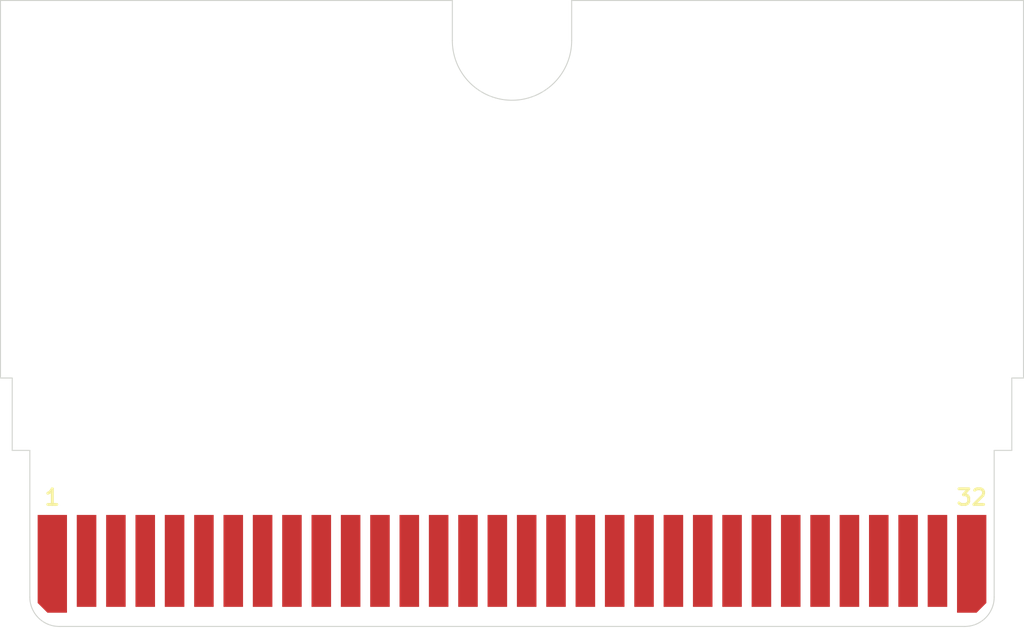
<source format=kicad_pcb>
(kicad_pcb (version 20171130) (host pcbnew "(5.1.6-0-10_14)")

  (general
    (thickness 0.8)
    (drawings 18)
    (tracks 0)
    (zones 0)
    (modules 1)
    (nets 33)
  )

  (page A4)
  (layers
    (0 F.Cu signal)
    (31 B.Cu signal)
    (32 B.Adhes user)
    (33 F.Adhes user)
    (34 B.Paste user)
    (35 F.Paste user)
    (36 B.SilkS user)
    (37 F.SilkS user)
    (38 B.Mask user hide)
    (39 F.Mask user hide)
    (40 Dwgs.User user)
    (41 Cmts.User user)
    (42 Eco1.User user)
    (43 Eco2.User user)
    (44 Edge.Cuts user)
    (45 Margin user)
    (46 B.CrtYd user)
    (47 F.CrtYd user)
    (48 B.Fab user)
    (49 F.Fab user)
  )

  (setup
    (last_trace_width 0.25)
    (trace_clearance 0.2)
    (zone_clearance 0.508)
    (zone_45_only no)
    (trace_min 0.2)
    (via_size 0.8)
    (via_drill 0.4)
    (via_min_size 0.4)
    (via_min_drill 0.3)
    (uvia_size 0.3)
    (uvia_drill 0.1)
    (uvias_allowed no)
    (uvia_min_size 0.2)
    (uvia_min_drill 0.1)
    (edge_width 0.05)
    (segment_width 0.2)
    (pcb_text_width 0.3)
    (pcb_text_size 1.5 1.5)
    (mod_edge_width 0.12)
    (mod_text_size 1 1)
    (mod_text_width 0.15)
    (pad_size 1.524 1.524)
    (pad_drill 0.762)
    (pad_to_mask_clearance 0.05)
    (aux_axis_origin 0 0)
    (visible_elements FFFFFF7F)
    (pcbplotparams
      (layerselection 0x010fc_ffffffff)
      (usegerberextensions false)
      (usegerberattributes true)
      (usegerberadvancedattributes true)
      (creategerberjobfile true)
      (excludeedgelayer true)
      (linewidth 0.100000)
      (plotframeref false)
      (viasonmask false)
      (mode 1)
      (useauxorigin false)
      (hpglpennumber 1)
      (hpglpenspeed 20)
      (hpglpendiameter 15.000000)
      (psnegative false)
      (psa4output false)
      (plotreference true)
      (plotvalue true)
      (plotinvisibletext false)
      (padsonsilk false)
      (subtractmaskfromsilk false)
      (outputformat 1)
      (mirror false)
      (drillshape 1)
      (scaleselection 1)
      (outputdirectory ""))
  )

  (net 0 "")
  (net 1 "Net-(J1-Pad1)")
  (net 2 "Net-(J1-Pad32)")
  (net 3 "Net-(J1-Pad2)")
  (net 4 "Net-(J1-Pad3)")
  (net 5 "Net-(J1-Pad4)")
  (net 6 "Net-(J1-Pad5)")
  (net 7 "Net-(J1-Pad6)")
  (net 8 "Net-(J1-Pad12)")
  (net 9 "Net-(J1-Pad11)")
  (net 10 "Net-(J1-Pad10)")
  (net 11 "Net-(J1-Pad9)")
  (net 12 "Net-(J1-Pad8)")
  (net 13 "Net-(J1-Pad7)")
  (net 14 "Net-(J1-Pad19)")
  (net 15 "Net-(J1-Pad20)")
  (net 16 "Net-(J1-Pad21)")
  (net 17 "Net-(J1-Pad22)")
  (net 18 "Net-(J1-Pad23)")
  (net 19 "Net-(J1-Pad24)")
  (net 20 "Net-(J1-Pad18)")
  (net 21 "Net-(J1-Pad17)")
  (net 22 "Net-(J1-Pad16)")
  (net 23 "Net-(J1-Pad15)")
  (net 24 "Net-(J1-Pad14)")
  (net 25 "Net-(J1-Pad13)")
  (net 26 "Net-(J1-Pad31)")
  (net 27 "Net-(J1-Pad30)")
  (net 28 "Net-(J1-Pad29)")
  (net 29 "Net-(J1-Pad28)")
  (net 30 "Net-(J1-Pad27)")
  (net 31 "Net-(J1-Pad25)")
  (net 32 "Net-(J1-Pad26)")

  (net_class Default "This is the default net class."
    (clearance 0.2)
    (trace_width 0.25)
    (via_dia 0.8)
    (via_drill 0.4)
    (uvia_dia 0.3)
    (uvia_drill 0.1)
    (add_net "Net-(J1-Pad1)")
    (add_net "Net-(J1-Pad10)")
    (add_net "Net-(J1-Pad11)")
    (add_net "Net-(J1-Pad12)")
    (add_net "Net-(J1-Pad13)")
    (add_net "Net-(J1-Pad14)")
    (add_net "Net-(J1-Pad15)")
    (add_net "Net-(J1-Pad16)")
    (add_net "Net-(J1-Pad17)")
    (add_net "Net-(J1-Pad18)")
    (add_net "Net-(J1-Pad19)")
    (add_net "Net-(J1-Pad2)")
    (add_net "Net-(J1-Pad20)")
    (add_net "Net-(J1-Pad21)")
    (add_net "Net-(J1-Pad22)")
    (add_net "Net-(J1-Pad23)")
    (add_net "Net-(J1-Pad24)")
    (add_net "Net-(J1-Pad25)")
    (add_net "Net-(J1-Pad26)")
    (add_net "Net-(J1-Pad27)")
    (add_net "Net-(J1-Pad28)")
    (add_net "Net-(J1-Pad29)")
    (add_net "Net-(J1-Pad3)")
    (add_net "Net-(J1-Pad30)")
    (add_net "Net-(J1-Pad31)")
    (add_net "Net-(J1-Pad32)")
    (add_net "Net-(J1-Pad4)")
    (add_net "Net-(J1-Pad5)")
    (add_net "Net-(J1-Pad6)")
    (add_net "Net-(J1-Pad7)")
    (add_net "Net-(J1-Pad8)")
    (add_net "Net-(J1-Pad9)")
  )

  (module Connector_GameBoy:GameBoy_GamePak_AGB-002_P1.50mm_Edge_Bootleg (layer F.Cu) (tedit 5EDD6112) (tstamp 5EDDC050)
    (at 149.65 117)
    (descr "Game Boy Game Pak (AGB) edge connector (bootleg)")
    (tags "game boy game pak agb ags gba advance edge connector bootleg")
    (path /5EDD419D)
    (fp_text reference J1 (at -22.05 -6.7) (layer F.Fab) hide
      (effects (font (size 1 1) (thickness 0.15)) (justify left))
    )
    (fp_text value GameBoy_GamePak_AGB-002 (at 0 1.5) (layer F.Fab) hide
      (effects (font (size 1 1) (thickness 0.15)))
    )
    (fp_text user 32 (at 23.5 -6.6) (layer F.SilkS)
      (effects (font (size 0.8 0.8) (thickness 0.15)))
    )
    (fp_arc (start 23.15 -1.5) (end 23.15 0) (angle -90) (layer F.Fab) (width 0.05))
    (fp_arc (start -23.15 -1.5) (end -24.65 -1.5) (angle -90) (layer F.Fab) (width 0.05))
    (fp_text user 1 (at -23.5 -6.6) (layer F.SilkS)
      (effects (font (size 0.8 0.8) (thickness 0.15)))
    )
    (fp_line (start -25.55 -9) (end -25.55 -9.4) (layer F.Fab) (width 0.05))
    (fp_line (start -25.55 -9) (end -24.65 -9) (layer F.Fab) (width 0.05))
    (fp_line (start -24.65 -1.5) (end -24.65 -9) (layer F.Fab) (width 0.05))
    (fp_line (start -23.15 0) (end 23.15 0) (layer F.Fab) (width 0.05))
    (fp_poly (pts (xy 24.9 0.25) (xy -24.9 0.25) (xy -24.9 -5.7) (xy 24.9 -5.7)) (layer F.Mask) (width 0))
    (fp_line (start 24.65 -1.5) (end 24.65 -9) (layer F.Fab) (width 0.05))
    (fp_line (start 24.65 -9) (end 25.55 -9) (layer F.Fab) (width 0.05))
    (fp_line (start 25.55 -9) (end 25.55 -9.4) (layer F.Fab) (width 0.05))
    (pad 32 smd custom (at 23.5 -5.2) (size 1 1) (layers F.Cu F.Mask)
      (net 2 "Net-(J1-Pad32)")
      (options (clearance outline) (anchor rect))
      (primitives
        (gr_poly (pts
           (xy -0.75 4.5) (xy -0.75 -0.5) (xy 0.75 -0.5) (xy 0.75 4) (xy 0.25 4.5)
) (width 0))
      ))
    (pad 1 smd custom (at -23.5 -5.2) (size 1 1) (layers F.Cu F.Mask)
      (net 1 "Net-(J1-Pad1)") (zone_connect 0)
      (options (clearance outline) (anchor rect))
      (primitives
        (gr_poly (pts
           (xy -0.75 4) (xy -0.75 -0.5) (xy 0.75 -0.5) (xy 0.75 4.5) (xy -0.25 4.5)
) (width 0))
      ))
    (pad 31 smd custom (at 21.75 -5.2) (size 1 1) (layers F.Cu F.Mask)
      (net 26 "Net-(J1-Pad31)")
      (options (clearance outline) (anchor rect))
      (primitives
        (gr_poly (pts
           (xy 0.5 4.2) (xy -0.5 4.2) (xy -0.5 -0.5) (xy 0.5 -0.5)) (width 0))
      ))
    (pad 30 smd custom (at 20.25 -5.2) (size 1 1) (layers F.Cu F.Mask)
      (net 27 "Net-(J1-Pad30)")
      (options (clearance outline) (anchor rect))
      (primitives
        (gr_poly (pts
           (xy 0.5 4.2) (xy -0.5 4.2) (xy -0.5 -0.5) (xy 0.5 -0.5)) (width 0))
      ))
    (pad 29 smd custom (at 18.75 -5.2) (size 1 1) (layers F.Cu F.Mask)
      (net 28 "Net-(J1-Pad29)")
      (options (clearance outline) (anchor rect))
      (primitives
        (gr_poly (pts
           (xy 0.5 4.2) (xy -0.5 4.2) (xy -0.5 -0.5) (xy 0.5 -0.5)) (width 0))
      ))
    (pad 28 smd custom (at 17.25 -5.2) (size 1 1) (layers F.Cu F.Mask)
      (net 29 "Net-(J1-Pad28)")
      (options (clearance outline) (anchor rect))
      (primitives
        (gr_poly (pts
           (xy 0.5 4.2) (xy -0.5 4.2) (xy -0.5 -0.5) (xy 0.5 -0.5)) (width 0))
      ))
    (pad 27 smd custom (at 15.75 -5.2) (size 1 1) (layers F.Cu F.Mask)
      (net 30 "Net-(J1-Pad27)")
      (options (clearance outline) (anchor rect))
      (primitives
        (gr_poly (pts
           (xy 0.5 4.2) (xy -0.5 4.2) (xy -0.5 -0.5) (xy 0.5 -0.5)) (width 0))
      ))
    (pad 26 smd custom (at 14.25 -5.2) (size 1 1) (layers F.Cu F.Mask)
      (net 32 "Net-(J1-Pad26)")
      (options (clearance outline) (anchor rect))
      (primitives
        (gr_poly (pts
           (xy 0.5 4.2) (xy -0.5 4.2) (xy -0.5 -0.5) (xy 0.5 -0.5)) (width 0))
      ))
    (pad 25 smd custom (at 12.75 -5.2) (size 1 1) (layers F.Cu F.Mask)
      (net 31 "Net-(J1-Pad25)")
      (options (clearance outline) (anchor rect))
      (primitives
        (gr_poly (pts
           (xy 0.5 4.2) (xy -0.5 4.2) (xy -0.5 -0.5) (xy 0.5 -0.5)) (width 0))
      ))
    (pad 24 smd custom (at 11.25 -5.2) (size 1 1) (layers F.Cu F.Mask)
      (net 19 "Net-(J1-Pad24)")
      (options (clearance outline) (anchor rect))
      (primitives
        (gr_poly (pts
           (xy 0.5 4.2) (xy -0.5 4.2) (xy -0.5 -0.5) (xy 0.5 -0.5)) (width 0))
      ))
    (pad 23 smd custom (at 9.75 -5.2) (size 1 1) (layers F.Cu F.Mask)
      (net 18 "Net-(J1-Pad23)")
      (options (clearance outline) (anchor rect))
      (primitives
        (gr_poly (pts
           (xy 0.5 4.2) (xy -0.5 4.2) (xy -0.5 -0.5) (xy 0.5 -0.5)) (width 0))
      ))
    (pad 22 smd custom (at 8.25 -5.2) (size 1 1) (layers F.Cu F.Mask)
      (net 17 "Net-(J1-Pad22)")
      (options (clearance outline) (anchor rect))
      (primitives
        (gr_poly (pts
           (xy 0.5 4.2) (xy -0.5 4.2) (xy -0.5 -0.5) (xy 0.5 -0.5)) (width 0))
      ))
    (pad 21 smd custom (at 6.75 -5.2) (size 1 1) (layers F.Cu F.Mask)
      (net 16 "Net-(J1-Pad21)")
      (options (clearance outline) (anchor rect))
      (primitives
        (gr_poly (pts
           (xy 0.5 4.2) (xy -0.5 4.2) (xy -0.5 -0.5) (xy 0.5 -0.5)) (width 0))
      ))
    (pad 20 smd custom (at 5.25 -5.2) (size 1 1) (layers F.Cu F.Mask)
      (net 15 "Net-(J1-Pad20)")
      (options (clearance outline) (anchor rect))
      (primitives
        (gr_poly (pts
           (xy 0.5 4.2) (xy -0.5 4.2) (xy -0.5 -0.5) (xy 0.5 -0.5)) (width 0))
      ))
    (pad 19 smd custom (at 3.75 -5.2) (size 1 1) (layers F.Cu F.Mask)
      (net 14 "Net-(J1-Pad19)")
      (options (clearance outline) (anchor rect))
      (primitives
        (gr_poly (pts
           (xy 0.5 4.2) (xy -0.5 4.2) (xy -0.5 -0.5) (xy 0.5 -0.5)) (width 0))
      ))
    (pad 18 smd custom (at 2.25 -5.2) (size 1 1) (layers F.Cu F.Mask)
      (net 20 "Net-(J1-Pad18)")
      (options (clearance outline) (anchor rect))
      (primitives
        (gr_poly (pts
           (xy 0.5 4.2) (xy -0.5 4.2) (xy -0.5 -0.5) (xy 0.5 -0.5)) (width 0))
      ))
    (pad 17 smd custom (at 0.75 -5.2) (size 1 1) (layers F.Cu F.Mask)
      (net 21 "Net-(J1-Pad17)")
      (options (clearance outline) (anchor rect))
      (primitives
        (gr_poly (pts
           (xy 0.5 4.2) (xy -0.5 4.2) (xy -0.5 -0.5) (xy 0.5 -0.5)) (width 0))
      ))
    (pad 16 smd custom (at -0.75 -5.2) (size 1 1) (layers F.Cu F.Mask)
      (net 22 "Net-(J1-Pad16)")
      (options (clearance outline) (anchor rect))
      (primitives
        (gr_poly (pts
           (xy 0.5 4.2) (xy -0.5 4.2) (xy -0.5 -0.5) (xy 0.5 -0.5)) (width 0))
      ))
    (pad 15 smd custom (at -2.25 -5.2) (size 1 1) (layers F.Cu F.Mask)
      (net 23 "Net-(J1-Pad15)")
      (options (clearance outline) (anchor rect))
      (primitives
        (gr_poly (pts
           (xy 0.5 4.2) (xy -0.5 4.2) (xy -0.5 -0.5) (xy 0.5 -0.5)) (width 0))
      ))
    (pad 14 smd custom (at -3.75 -5.2) (size 1 1) (layers F.Cu F.Mask)
      (net 24 "Net-(J1-Pad14)")
      (options (clearance outline) (anchor rect))
      (primitives
        (gr_poly (pts
           (xy 0.5 4.2) (xy -0.5 4.2) (xy -0.5 -0.5) (xy 0.5 -0.5)) (width 0))
      ))
    (pad 13 smd custom (at -5.25 -5.2) (size 1 1) (layers F.Cu F.Mask)
      (net 25 "Net-(J1-Pad13)")
      (options (clearance outline) (anchor rect))
      (primitives
        (gr_poly (pts
           (xy 0.5 4.2) (xy -0.5 4.2) (xy -0.5 -0.5) (xy 0.5 -0.5)) (width 0))
      ))
    (pad 12 smd custom (at -6.75 -5.2) (size 1 1) (layers F.Cu F.Mask)
      (net 8 "Net-(J1-Pad12)")
      (options (clearance outline) (anchor rect))
      (primitives
        (gr_poly (pts
           (xy 0.5 4.2) (xy -0.5 4.2) (xy -0.5 -0.5) (xy 0.5 -0.5)) (width 0))
      ))
    (pad 11 smd custom (at -8.25 -5.2) (size 1 1) (layers F.Cu F.Mask)
      (net 9 "Net-(J1-Pad11)")
      (options (clearance outline) (anchor rect))
      (primitives
        (gr_poly (pts
           (xy 0.5 4.2) (xy -0.5 4.2) (xy -0.5 -0.5) (xy 0.5 -0.5)) (width 0))
      ))
    (pad 10 smd custom (at -9.75 -5.2) (size 1 1) (layers F.Cu F.Mask)
      (net 10 "Net-(J1-Pad10)")
      (options (clearance outline) (anchor rect))
      (primitives
        (gr_poly (pts
           (xy 0.5 4.2) (xy -0.5 4.2) (xy -0.5 -0.5) (xy 0.5 -0.5)) (width 0))
      ))
    (pad 9 smd custom (at -11.25 -5.2) (size 1 1) (layers F.Cu F.Mask)
      (net 11 "Net-(J1-Pad9)")
      (options (clearance outline) (anchor rect))
      (primitives
        (gr_poly (pts
           (xy 0.5 4.2) (xy -0.5 4.2) (xy -0.5 -0.5) (xy 0.5 -0.5)) (width 0))
      ))
    (pad 8 smd custom (at -12.75 -5.2) (size 1 1) (layers F.Cu F.Mask)
      (net 12 "Net-(J1-Pad8)")
      (options (clearance outline) (anchor rect))
      (primitives
        (gr_poly (pts
           (xy 0.5 4.2) (xy -0.5 4.2) (xy -0.5 -0.5) (xy 0.5 -0.5)) (width 0))
      ))
    (pad 7 smd custom (at -14.25 -5.2) (size 1 1) (layers F.Cu F.Mask)
      (net 13 "Net-(J1-Pad7)")
      (options (clearance outline) (anchor rect))
      (primitives
        (gr_poly (pts
           (xy 0.5 4.2) (xy -0.5 4.2) (xy -0.5 -0.5) (xy 0.5 -0.5)) (width 0))
      ))
    (pad 6 smd custom (at -15.75 -5.2) (size 1 1) (layers F.Cu F.Mask)
      (net 7 "Net-(J1-Pad6)")
      (options (clearance outline) (anchor rect))
      (primitives
        (gr_poly (pts
           (xy 0.5 4.2) (xy -0.5 4.2) (xy -0.5 -0.5) (xy 0.5 -0.5)) (width 0))
      ))
    (pad 5 smd custom (at -17.25 -5.2) (size 1 1) (layers F.Cu F.Mask)
      (net 6 "Net-(J1-Pad5)")
      (options (clearance outline) (anchor rect))
      (primitives
        (gr_poly (pts
           (xy 0.5 4.2) (xy -0.5 4.2) (xy -0.5 -0.5) (xy 0.5 -0.5)) (width 0))
      ))
    (pad 4 smd custom (at -18.75 -5.2) (size 1 1) (layers F.Cu F.Mask)
      (net 5 "Net-(J1-Pad4)")
      (options (clearance outline) (anchor rect))
      (primitives
        (gr_poly (pts
           (xy 0.5 4.2) (xy -0.5 4.2) (xy -0.5 -0.5) (xy 0.5 -0.5)) (width 0))
      ))
    (pad 3 smd custom (at -20.25 -5.2) (size 1 1) (layers F.Cu F.Mask)
      (net 4 "Net-(J1-Pad3)")
      (options (clearance outline) (anchor rect))
      (primitives
        (gr_poly (pts
           (xy 0.5 4.2) (xy -0.5 4.2) (xy -0.5 -0.5) (xy 0.5 -0.5)) (width 0))
      ))
    (pad 2 smd custom (at -21.75 -5.2) (size 1 1) (layers F.Cu F.Mask)
      (net 3 "Net-(J1-Pad2)")
      (options (clearance outline) (anchor rect))
      (primitives
        (gr_poly (pts
           (xy 0.5 4.2) (xy -0.5 4.2) (xy -0.5 -0.5) (xy 0.5 -0.5)) (width 0))
      ))
  )

  (gr_line (start 123.5 104.3) (end 124.1 104.3) (layer Edge.Cuts) (width 0.05) (tstamp 5EDC0455))
  (gr_line (start 124.1 104.3) (end 124.1 108) (layer Edge.Cuts) (width 0.05) (tstamp 5EDC0454))
  (gr_arc (start 126.5 115.5) (end 125 115.5) (angle -90) (layer Edge.Cuts) (width 0.05) (tstamp 5EDC0453))
  (gr_arc (start 172.8 115.5) (end 172.8 117) (angle -90) (layer Edge.Cuts) (width 0.05) (tstamp 5EDC0452))
  (gr_line (start 123.5 85) (end 146.6 85) (layer Edge.Cuts) (width 0.05) (tstamp 5EDC0451))
  (gr_line (start 146.6 85) (end 146.6 87.05) (layer Edge.Cuts) (width 0.05) (tstamp 5EDC0450))
  (gr_line (start 152.7 85) (end 152.7 87.05) (layer Edge.Cuts) (width 0.05) (tstamp 5EDC044F))
  (gr_line (start 175.8 85) (end 152.7 85) (layer Edge.Cuts) (width 0.05) (tstamp 5EDC044E))
  (gr_arc (start 149.65 87.05) (end 146.6 87.05) (angle -180) (layer Edge.Cuts) (width 0.05) (tstamp 5EDC044D))
  (gr_line (start 175.2 104.3) (end 175.2 108) (layer Edge.Cuts) (width 0.05) (tstamp 5EDC044C))
  (gr_line (start 175.2 104.3) (end 175.8 104.3) (layer Edge.Cuts) (width 0.05) (tstamp 5EDC044B))
  (gr_line (start 175.2 108) (end 174.3 108) (layer Edge.Cuts) (width 0.05) (tstamp 5EDC044A))
  (gr_line (start 175.8 104.3) (end 175.8 85) (layer Edge.Cuts) (width 0.05) (tstamp 5EDC0449))
  (gr_line (start 123.5 104.3) (end 123.5 85) (layer Edge.Cuts) (width 0.05) (tstamp 5EDC0448))
  (gr_line (start 125 115.5) (end 125 108) (layer Edge.Cuts) (width 0.05) (tstamp 5EDC0447))
  (gr_line (start 125 108) (end 124.1 108) (layer Edge.Cuts) (width 0.05) (tstamp 5EDC0446))
  (gr_line (start 174.3 115.5) (end 174.3 108) (layer Edge.Cuts) (width 0.05) (tstamp 5EDC0445))
  (gr_line (start 172.8 117) (end 126.5 117) (layer Edge.Cuts) (width 0.05) (tstamp 5EDC0444))

)

</source>
